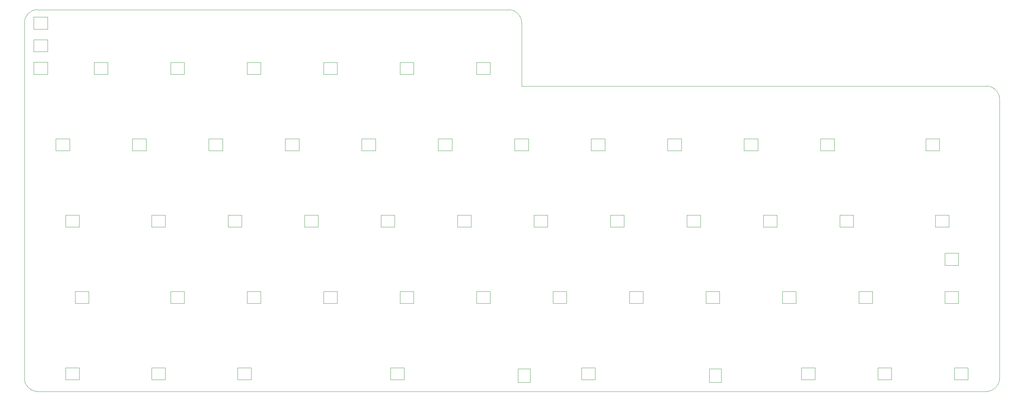
<source format=gbr>
%TF.GenerationSoftware,KiCad,Pcbnew,(7.0.0)*%
%TF.CreationDate,2023-12-30T19:38:44+01:00*%
%TF.ProjectId,vootington V4N,766f6f74-696e-4677-946f-6e2056344e2e,rev?*%
%TF.SameCoordinates,Original*%
%TF.FileFunction,Profile,NP*%
%FSLAX46Y46*%
G04 Gerber Fmt 4.6, Leading zero omitted, Abs format (unit mm)*
G04 Created by KiCad (PCBNEW (7.0.0)) date 2023-12-30 19:38:44*
%MOMM*%
%LPD*%
G01*
G04 APERTURE LIST*
%TA.AperFunction,Profile*%
%ADD10C,0.050000*%
%TD*%
%TA.AperFunction,Profile*%
%ADD11C,0.120000*%
%TD*%
G04 APERTURE END LIST*
D10*
X269875000Y-34925000D02*
X269875000Y-104775000D01*
X50681250Y-12700000D02*
X60281250Y-12700000D01*
X49657000Y-12700000D02*
X50681250Y-12700000D01*
X26987500Y-104775000D02*
G75*
G03*
X30162500Y-107950000I3175000J0D01*
G01*
X26987500Y-104775000D02*
X26987500Y-27384375D01*
X61341000Y-12700000D02*
X60281250Y-12700000D01*
X246459375Y-31750000D02*
X160337500Y-31750000D01*
X266700000Y-107950000D02*
X30162500Y-107950000D01*
X266700000Y-107950000D02*
G75*
G03*
X269875000Y-104775000I0J3175000D01*
G01*
X26987500Y-27384375D02*
X26987500Y-15875000D01*
X150812500Y-15875000D02*
G75*
G03*
X147637500Y-12700000I-3175100J-100D01*
G01*
X61341000Y-12700000D02*
X147637500Y-12700000D01*
X30162500Y-12700000D02*
G75*
G03*
X26987500Y-15875000I0J-3175000D01*
G01*
X30162500Y-12700000D02*
X49657000Y-12700000D01*
X150812500Y-31750000D02*
X160337500Y-31750000D01*
X150812500Y-15875000D02*
X150812500Y-31750000D01*
X269875000Y-34925000D02*
G75*
G03*
X266700000Y-31750000I-3175100J-100D01*
G01*
X246459375Y-31750000D02*
X266700000Y-31750000D01*
D11*
%TO.C,D38*%
X152929852Y-102281250D02*
X149929852Y-102281250D01*
X149929852Y-102281250D02*
X149929852Y-105681250D01*
X152929852Y-105681250D02*
X152929852Y-102281250D01*
X149929852Y-105681250D02*
X152929852Y-105681250D01*
%TO.C,D42*%
X40593750Y-105029000D02*
X40593750Y-102029000D01*
X40593750Y-102029000D02*
X37193750Y-102029000D01*
X37193750Y-105029000D02*
X40593750Y-105029000D01*
X37193750Y-102029000D02*
X37193750Y-105029000D01*
%TO.C,D6*%
X111012500Y-44879000D02*
X111012500Y-47879000D01*
X111012500Y-47879000D02*
X114412500Y-47879000D01*
X114412500Y-44879000D02*
X111012500Y-44879000D01*
X114412500Y-47879000D02*
X114412500Y-44879000D01*
%TO.C,D32*%
X39575000Y-82979000D02*
X39575000Y-85979000D01*
X39575000Y-85979000D02*
X42975000Y-85979000D01*
X42975000Y-82979000D02*
X39575000Y-82979000D01*
X42975000Y-85979000D02*
X42975000Y-82979000D01*
%TO.C,D29*%
X215787500Y-82979000D02*
X215787500Y-85979000D01*
X215787500Y-85979000D02*
X219187500Y-85979000D01*
X219187500Y-82979000D02*
X215787500Y-82979000D01*
X219187500Y-85979000D02*
X219187500Y-82979000D01*
%TO.C,D45*%
X262050000Y-105029000D02*
X262050000Y-102029000D01*
X262050000Y-102029000D02*
X258650000Y-102029000D01*
X258650000Y-105029000D02*
X262050000Y-105029000D01*
X258650000Y-102029000D02*
X258650000Y-105029000D01*
%TO.C,D10*%
X187212500Y-44879000D02*
X187212500Y-47879000D01*
X187212500Y-47879000D02*
X190612500Y-47879000D01*
X190612500Y-44879000D02*
X187212500Y-44879000D01*
X190612500Y-47879000D02*
X190612500Y-44879000D01*
%TO.C,D40*%
X83456250Y-105029000D02*
X83456250Y-102029000D01*
X83456250Y-102029000D02*
X80056250Y-102029000D01*
X80056250Y-105029000D02*
X83456250Y-105029000D01*
X80056250Y-102029000D02*
X80056250Y-105029000D01*
%TO.C,D56*%
X32712500Y-17540000D02*
X32712500Y-14540000D01*
X32712500Y-14540000D02*
X29312500Y-14540000D01*
X29312500Y-17540000D02*
X32712500Y-17540000D01*
X29312500Y-14540000D02*
X29312500Y-17540000D01*
%TO.C,D18*%
X62025000Y-66929000D02*
X62025000Y-63929000D01*
X62025000Y-63929000D02*
X58625000Y-63929000D01*
X58625000Y-66929000D02*
X62025000Y-66929000D01*
X58625000Y-63929000D02*
X58625000Y-66929000D01*
%TO.C,D16*%
X100125000Y-66929000D02*
X100125000Y-63929000D01*
X100125000Y-63929000D02*
X96725000Y-63929000D01*
X96725000Y-66929000D02*
X100125000Y-66929000D01*
X96725000Y-63929000D02*
X96725000Y-66929000D01*
%TO.C,D4*%
X72912500Y-44879000D02*
X72912500Y-47879000D01*
X72912500Y-47879000D02*
X76312500Y-47879000D01*
X76312500Y-44879000D02*
X72912500Y-44879000D01*
X76312500Y-47879000D02*
X76312500Y-44879000D01*
%TO.C,D15*%
X119175000Y-66929000D02*
X119175000Y-63929000D01*
X119175000Y-63929000D02*
X115775000Y-63929000D01*
X115775000Y-66929000D02*
X119175000Y-66929000D01*
X115775000Y-63929000D02*
X115775000Y-66929000D01*
%TO.C,D22*%
X214425000Y-66929000D02*
X214425000Y-63929000D01*
X214425000Y-63929000D02*
X211025000Y-63929000D01*
X211025000Y-66929000D02*
X214425000Y-66929000D01*
X211025000Y-63929000D02*
X211025000Y-66929000D01*
%TO.C,D54*%
X32712500Y-28805000D02*
X32712500Y-25805000D01*
X32712500Y-25805000D02*
X29312500Y-25805000D01*
X29312500Y-28805000D02*
X32712500Y-28805000D01*
X29312500Y-25805000D02*
X29312500Y-28805000D01*
%TO.C,D31*%
X256268750Y-73454000D02*
X256268750Y-76454000D01*
X256268750Y-76454000D02*
X259668750Y-76454000D01*
X259668750Y-73454000D02*
X256268750Y-73454000D01*
X259668750Y-76454000D02*
X259668750Y-73454000D01*
%TO.C,D2*%
X34812500Y-44879000D02*
X34812500Y-47879000D01*
X34812500Y-47879000D02*
X38212500Y-47879000D01*
X38212500Y-44879000D02*
X34812500Y-44879000D01*
X38212500Y-47879000D02*
X38212500Y-44879000D01*
%TO.C,D52*%
X66787500Y-28829000D02*
X66787500Y-25829000D01*
X66787500Y-25829000D02*
X63387500Y-25829000D01*
X63387500Y-28829000D02*
X66787500Y-28829000D01*
X63387500Y-25829000D02*
X63387500Y-28829000D01*
%TO.C,D19*%
X40593750Y-66929000D02*
X40593750Y-63929000D01*
X40593750Y-63929000D02*
X37193750Y-63929000D01*
X37193750Y-66929000D02*
X40593750Y-66929000D01*
X37193750Y-63929000D02*
X37193750Y-66929000D01*
%TO.C,D28*%
X196737500Y-82979000D02*
X196737500Y-85979000D01*
X196737500Y-85979000D02*
X200137500Y-85979000D01*
X200137500Y-82979000D02*
X196737500Y-82979000D01*
X200137500Y-85979000D02*
X200137500Y-82979000D01*
%TO.C,D12*%
X225312500Y-44879000D02*
X225312500Y-47879000D01*
X225312500Y-47879000D02*
X228712500Y-47879000D01*
X228712500Y-44879000D02*
X225312500Y-44879000D01*
X228712500Y-47879000D02*
X228712500Y-44879000D01*
%TO.C,D48*%
X200554852Y-102281250D02*
X197554852Y-102281250D01*
X197554852Y-102281250D02*
X197554852Y-105681250D01*
X200554852Y-105681250D02*
X200554852Y-102281250D01*
X197554852Y-105681250D02*
X200554852Y-105681250D01*
%TO.C,D1*%
X142987500Y-28829000D02*
X142987500Y-25829000D01*
X142987500Y-25829000D02*
X139587500Y-25829000D01*
X139587500Y-28829000D02*
X142987500Y-28829000D01*
X139587500Y-25829000D02*
X139587500Y-28829000D01*
%TO.C,D43*%
X123937500Y-28829000D02*
X123937500Y-25829000D01*
X123937500Y-25829000D02*
X120537500Y-25829000D01*
X120537500Y-28829000D02*
X123937500Y-28829000D01*
X120537500Y-25829000D02*
X120537500Y-28829000D01*
%TO.C,D47*%
X223950000Y-105029000D02*
X223950000Y-102029000D01*
X223950000Y-102029000D02*
X220550000Y-102029000D01*
X220550000Y-105029000D02*
X223950000Y-105029000D01*
X220550000Y-102029000D02*
X220550000Y-105029000D01*
%TO.C,D13*%
X251506250Y-44879000D02*
X251506250Y-47879000D01*
X251506250Y-47879000D02*
X254906250Y-47879000D01*
X254906250Y-44879000D02*
X251506250Y-44879000D01*
X254906250Y-47879000D02*
X254906250Y-44879000D01*
%TO.C,D17*%
X81075000Y-66929000D02*
X81075000Y-63929000D01*
X81075000Y-63929000D02*
X77675000Y-63929000D01*
X77675000Y-66929000D02*
X81075000Y-66929000D01*
X77675000Y-63929000D02*
X77675000Y-66929000D01*
%TO.C,D21*%
X233475000Y-66929000D02*
X233475000Y-63929000D01*
X233475000Y-63929000D02*
X230075000Y-63929000D01*
X230075000Y-66929000D02*
X233475000Y-66929000D01*
X230075000Y-63929000D02*
X230075000Y-66929000D01*
%TO.C,D51*%
X85837500Y-28829000D02*
X85837500Y-25829000D01*
X85837500Y-25829000D02*
X82437500Y-25829000D01*
X82437500Y-28829000D02*
X85837500Y-28829000D01*
X82437500Y-25829000D02*
X82437500Y-28829000D01*
%TO.C,D11*%
X206262500Y-44879000D02*
X206262500Y-47879000D01*
X206262500Y-47879000D02*
X209662500Y-47879000D01*
X209662500Y-44879000D02*
X206262500Y-44879000D01*
X209662500Y-47879000D02*
X209662500Y-44879000D01*
%TO.C,D7*%
X130062500Y-44879000D02*
X130062500Y-47879000D01*
X130062500Y-47879000D02*
X133462500Y-47879000D01*
X133462500Y-44879000D02*
X130062500Y-44879000D01*
X133462500Y-47879000D02*
X133462500Y-44879000D01*
%TO.C,D25*%
X157275000Y-66929000D02*
X157275000Y-63929000D01*
X157275000Y-63929000D02*
X153875000Y-63929000D01*
X153875000Y-66929000D02*
X157275000Y-66929000D01*
X153875000Y-63929000D02*
X153875000Y-66929000D01*
%TO.C,D35*%
X101487500Y-82979000D02*
X101487500Y-85979000D01*
X101487500Y-85979000D02*
X104887500Y-85979000D01*
X104887500Y-82979000D02*
X101487500Y-82979000D01*
X104887500Y-85979000D02*
X104887500Y-82979000D01*
%TO.C,D30*%
X234837500Y-82979000D02*
X234837500Y-85979000D01*
X234837500Y-85979000D02*
X238237500Y-85979000D01*
X238237500Y-82979000D02*
X234837500Y-82979000D01*
X238237500Y-85979000D02*
X238237500Y-82979000D01*
%TO.C,D5*%
X91962500Y-44879000D02*
X91962500Y-47879000D01*
X91962500Y-47879000D02*
X95362500Y-47879000D01*
X95362500Y-44879000D02*
X91962500Y-44879000D01*
X95362500Y-47879000D02*
X95362500Y-44879000D01*
%TO.C,D50*%
X104887500Y-28829000D02*
X104887500Y-25829000D01*
X104887500Y-25829000D02*
X101487500Y-25829000D01*
X101487500Y-28829000D02*
X104887500Y-28829000D01*
X101487500Y-25829000D02*
X101487500Y-28829000D01*
%TO.C,D55*%
X32712500Y-23172500D02*
X32712500Y-20172500D01*
X32712500Y-20172500D02*
X29312500Y-20172500D01*
X29312500Y-23172500D02*
X32712500Y-23172500D01*
X29312500Y-20172500D02*
X29312500Y-23172500D01*
%TO.C,D46*%
X243000000Y-105029000D02*
X243000000Y-102029000D01*
X243000000Y-102029000D02*
X239600000Y-102029000D01*
X239600000Y-105029000D02*
X243000000Y-105029000D01*
X239600000Y-102029000D02*
X239600000Y-105029000D01*
%TO.C,D34*%
X82437500Y-82979000D02*
X82437500Y-85979000D01*
X82437500Y-85979000D02*
X85837500Y-85979000D01*
X85837500Y-82979000D02*
X82437500Y-82979000D01*
X85837500Y-85979000D02*
X85837500Y-82979000D01*
%TO.C,D44*%
X256268750Y-82979000D02*
X256268750Y-85979000D01*
X256268750Y-85979000D02*
X259668750Y-85979000D01*
X259668750Y-82979000D02*
X256268750Y-82979000D01*
X259668750Y-85979000D02*
X259668750Y-82979000D01*
%TO.C,D26*%
X158637500Y-82979000D02*
X158637500Y-85979000D01*
X158637500Y-85979000D02*
X162037500Y-85979000D01*
X162037500Y-82979000D02*
X158637500Y-82979000D01*
X162037500Y-85979000D02*
X162037500Y-82979000D01*
%TO.C,D37*%
X139587500Y-82979000D02*
X139587500Y-85979000D01*
X139587500Y-85979000D02*
X142987500Y-85979000D01*
X142987500Y-82979000D02*
X139587500Y-82979000D01*
X142987500Y-85979000D02*
X142987500Y-82979000D01*
%TO.C,D9*%
X168162500Y-44879000D02*
X168162500Y-47879000D01*
X168162500Y-47879000D02*
X171562500Y-47879000D01*
X171562500Y-44879000D02*
X168162500Y-44879000D01*
X171562500Y-47879000D02*
X171562500Y-44879000D01*
%TO.C,D14*%
X138225000Y-66929000D02*
X138225000Y-63929000D01*
X138225000Y-63929000D02*
X134825000Y-63929000D01*
X134825000Y-66929000D02*
X138225000Y-66929000D01*
X134825000Y-63929000D02*
X134825000Y-66929000D01*
%TO.C,D8*%
X149112500Y-44879000D02*
X149112500Y-47879000D01*
X149112500Y-47879000D02*
X152512500Y-47879000D01*
X152512500Y-44879000D02*
X149112500Y-44879000D01*
X152512500Y-47879000D02*
X152512500Y-44879000D01*
%TO.C,D20*%
X257287500Y-66929000D02*
X257287500Y-63929000D01*
X257287500Y-63929000D02*
X253887500Y-63929000D01*
X253887500Y-66929000D02*
X257287500Y-66929000D01*
X253887500Y-63929000D02*
X253887500Y-66929000D01*
%TO.C,D24*%
X176325000Y-66929000D02*
X176325000Y-63929000D01*
X176325000Y-63929000D02*
X172925000Y-63929000D01*
X172925000Y-66929000D02*
X176325000Y-66929000D01*
X172925000Y-63929000D02*
X172925000Y-66929000D01*
%TO.C,D36*%
X120537500Y-82979000D02*
X120537500Y-85979000D01*
X120537500Y-85979000D02*
X123937500Y-85979000D01*
X123937500Y-82979000D02*
X120537500Y-82979000D01*
X123937500Y-85979000D02*
X123937500Y-82979000D01*
%TO.C,D49*%
X169181250Y-105029000D02*
X169181250Y-102029000D01*
X169181250Y-102029000D02*
X165781250Y-102029000D01*
X165781250Y-105029000D02*
X169181250Y-105029000D01*
X165781250Y-102029000D02*
X165781250Y-105029000D01*
%TO.C,D53*%
X47737500Y-28829000D02*
X47737500Y-25829000D01*
X47737500Y-25829000D02*
X44337500Y-25829000D01*
X44337500Y-28829000D02*
X47737500Y-28829000D01*
X44337500Y-25829000D02*
X44337500Y-28829000D01*
%TO.C,D3*%
X53862500Y-44879000D02*
X53862500Y-47879000D01*
X53862500Y-47879000D02*
X57262500Y-47879000D01*
X57262500Y-44879000D02*
X53862500Y-44879000D01*
X57262500Y-47879000D02*
X57262500Y-44879000D01*
%TO.C,D27*%
X177687500Y-82979000D02*
X177687500Y-85979000D01*
X177687500Y-85979000D02*
X181087500Y-85979000D01*
X181087500Y-82979000D02*
X177687500Y-82979000D01*
X181087500Y-85979000D02*
X181087500Y-82979000D01*
%TO.C,D33*%
X63387500Y-82979000D02*
X63387500Y-85979000D01*
X63387500Y-85979000D02*
X66787500Y-85979000D01*
X66787500Y-82979000D02*
X63387500Y-82979000D01*
X66787500Y-85979000D02*
X66787500Y-82979000D01*
%TO.C,D41*%
X62025000Y-105029000D02*
X62025000Y-102029000D01*
X62025000Y-102029000D02*
X58625000Y-102029000D01*
X58625000Y-105029000D02*
X62025000Y-105029000D01*
X58625000Y-102029000D02*
X58625000Y-105029000D01*
%TO.C,D23*%
X195375000Y-66929000D02*
X195375000Y-63929000D01*
X195375000Y-63929000D02*
X191975000Y-63929000D01*
X191975000Y-66929000D02*
X195375000Y-66929000D01*
X191975000Y-63929000D02*
X191975000Y-66929000D01*
%TO.C,D39*%
X121556250Y-105029000D02*
X121556250Y-102029000D01*
X121556250Y-102029000D02*
X118156250Y-102029000D01*
X118156250Y-105029000D02*
X121556250Y-105029000D01*
X118156250Y-102029000D02*
X118156250Y-105029000D01*
%TD*%
M02*

</source>
